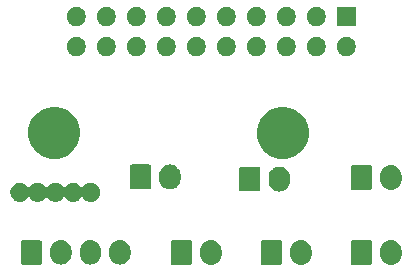
<source format=gbr>
G04 #@! TF.GenerationSoftware,KiCad,Pcbnew,(5.1.4)-1*
G04 #@! TF.CreationDate,2019-09-08T23:13:03+02:00*
G04 #@! TF.ProjectId,wanhao extruder pcb,77616e68-616f-4206-9578-747275646572,rev?*
G04 #@! TF.SameCoordinates,PXbb169cePY653deea*
G04 #@! TF.FileFunction,Soldermask,Bot*
G04 #@! TF.FilePolarity,Negative*
%FSLAX46Y46*%
G04 Gerber Fmt 4.6, Leading zero omitted, Abs format (unit mm)*
G04 Created by KiCad (PCBNEW (5.1.4)-1) date 2019-09-08 23:13:03*
%MOMM*%
%LPD*%
G04 APERTURE LIST*
%ADD10C,0.100000*%
G04 APERTURE END LIST*
D10*
G36*
X-2553858Y4918774D02*
G01*
X-2384019Y4867254D01*
X-2384017Y4867253D01*
X-2227495Y4783590D01*
X-2090298Y4670997D01*
X-2007036Y4569540D01*
X-1977706Y4533802D01*
X-1894041Y4377277D01*
X-1842521Y4207438D01*
X-1829484Y4075069D01*
X-1829484Y3686554D01*
X-1842521Y3554185D01*
X-1894041Y3384345D01*
X-1977706Y3227820D01*
X-2007036Y3192082D01*
X-2090298Y3090625D01*
X-2178306Y3018400D01*
X-2227493Y2978033D01*
X-2384018Y2894368D01*
X-2553857Y2842848D01*
X-2730484Y2825452D01*
X-2907110Y2842848D01*
X-3076949Y2894368D01*
X-3233474Y2978033D01*
X-3370669Y3090626D01*
X-3483262Y3227820D01*
X-3566927Y3384345D01*
X-3618447Y3554184D01*
X-3631484Y3686553D01*
X-3631484Y4075068D01*
X-3618447Y4207437D01*
X-3566927Y4377276D01*
X-3566925Y4377279D01*
X-3483263Y4533800D01*
X-3370670Y4670997D01*
X-3256843Y4764411D01*
X-3233475Y4783589D01*
X-3076950Y4867254D01*
X-2907111Y4918774D01*
X-2730484Y4936170D01*
X-2553858Y4918774D01*
X-2553858Y4918774D01*
G37*
G36*
X-17793858Y4918774D02*
G01*
X-17624019Y4867254D01*
X-17624017Y4867253D01*
X-17467495Y4783590D01*
X-17330298Y4670997D01*
X-17247036Y4569540D01*
X-17217706Y4533802D01*
X-17134041Y4377277D01*
X-17082521Y4207438D01*
X-17069484Y4075069D01*
X-17069484Y3686554D01*
X-17082521Y3554185D01*
X-17134041Y3384345D01*
X-17217706Y3227820D01*
X-17247036Y3192082D01*
X-17330298Y3090625D01*
X-17418306Y3018400D01*
X-17467493Y2978033D01*
X-17624018Y2894368D01*
X-17793857Y2842848D01*
X-17970484Y2825452D01*
X-18147110Y2842848D01*
X-18316949Y2894368D01*
X-18473474Y2978033D01*
X-18610669Y3090626D01*
X-18723262Y3227820D01*
X-18806927Y3384345D01*
X-18858447Y3554184D01*
X-18871484Y3686553D01*
X-18871484Y4075068D01*
X-18858447Y4207437D01*
X-18806927Y4377276D01*
X-18806925Y4377279D01*
X-18723263Y4533800D01*
X-18610670Y4670997D01*
X-18496843Y4764411D01*
X-18473475Y4783589D01*
X-18316950Y4867254D01*
X-18147111Y4918774D01*
X-17970484Y4936170D01*
X-17793858Y4918774D01*
X-17793858Y4918774D01*
G37*
G36*
X-10173858Y4918774D02*
G01*
X-10004019Y4867254D01*
X-10004017Y4867253D01*
X-9847495Y4783590D01*
X-9710298Y4670997D01*
X-9627036Y4569540D01*
X-9597706Y4533802D01*
X-9514041Y4377277D01*
X-9462521Y4207438D01*
X-9449484Y4075069D01*
X-9449484Y3686554D01*
X-9462521Y3554185D01*
X-9514041Y3384345D01*
X-9597706Y3227820D01*
X-9627036Y3192082D01*
X-9710298Y3090625D01*
X-9798306Y3018400D01*
X-9847493Y2978033D01*
X-10004018Y2894368D01*
X-10173857Y2842848D01*
X-10350484Y2825452D01*
X-10527110Y2842848D01*
X-10696949Y2894368D01*
X-10853474Y2978033D01*
X-10990669Y3090626D01*
X-11103262Y3227820D01*
X-11186927Y3384345D01*
X-11238447Y3554184D01*
X-11251484Y3686553D01*
X-11251484Y4075068D01*
X-11238447Y4207437D01*
X-11186927Y4377276D01*
X-11186925Y4377279D01*
X-11103263Y4533800D01*
X-10990670Y4670997D01*
X-10876843Y4764411D01*
X-10853475Y4783589D01*
X-10696950Y4867254D01*
X-10527111Y4918774D01*
X-10350484Y4936170D01*
X-10173858Y4918774D01*
X-10173858Y4918774D01*
G37*
G36*
X-19711884Y4927822D02*
G01*
X-19678832Y4917796D01*
X-19648381Y4901519D01*
X-19621685Y4879610D01*
X-19599776Y4852914D01*
X-19583499Y4822463D01*
X-19573473Y4789411D01*
X-19569484Y4748908D01*
X-19569484Y3012714D01*
X-19573473Y2972211D01*
X-19583499Y2939159D01*
X-19599776Y2908708D01*
X-19621685Y2882012D01*
X-19648381Y2860103D01*
X-19678832Y2843826D01*
X-19711884Y2833800D01*
X-19752387Y2829811D01*
X-21188581Y2829811D01*
X-21229084Y2833800D01*
X-21262136Y2843826D01*
X-21292587Y2860103D01*
X-21319283Y2882012D01*
X-21341192Y2908708D01*
X-21357469Y2939159D01*
X-21367495Y2972211D01*
X-21371484Y3012714D01*
X-21371484Y4748908D01*
X-21367495Y4789411D01*
X-21357469Y4822463D01*
X-21341192Y4852914D01*
X-21319283Y4879610D01*
X-21292587Y4901519D01*
X-21262136Y4917796D01*
X-21229084Y4927822D01*
X-21188581Y4931811D01*
X-19752387Y4931811D01*
X-19711884Y4927822D01*
X-19711884Y4927822D01*
G37*
G36*
X-12091884Y4927822D02*
G01*
X-12058832Y4917796D01*
X-12028381Y4901519D01*
X-12001685Y4879610D01*
X-11979776Y4852914D01*
X-11963499Y4822463D01*
X-11953473Y4789411D01*
X-11949484Y4748908D01*
X-11949484Y3012714D01*
X-11953473Y2972211D01*
X-11963499Y2939159D01*
X-11979776Y2908708D01*
X-12001685Y2882012D01*
X-12028381Y2860103D01*
X-12058832Y2843826D01*
X-12091884Y2833800D01*
X-12132387Y2829811D01*
X-13568581Y2829811D01*
X-13609084Y2833800D01*
X-13642136Y2843826D01*
X-13672587Y2860103D01*
X-13699283Y2882012D01*
X-13721192Y2908708D01*
X-13737469Y2939159D01*
X-13747495Y2972211D01*
X-13751484Y3012714D01*
X-13751484Y4748908D01*
X-13747495Y4789411D01*
X-13737469Y4822463D01*
X-13721192Y4852914D01*
X-13699283Y4879610D01*
X-13672587Y4901519D01*
X-13642136Y4917796D01*
X-13609084Y4927822D01*
X-13568581Y4931811D01*
X-12132387Y4931811D01*
X-12091884Y4927822D01*
X-12091884Y4927822D01*
G37*
G36*
X-4471884Y4927822D02*
G01*
X-4438832Y4917796D01*
X-4408381Y4901519D01*
X-4381685Y4879610D01*
X-4359776Y4852914D01*
X-4343499Y4822463D01*
X-4333473Y4789411D01*
X-4329484Y4748908D01*
X-4329484Y3012714D01*
X-4333473Y2972211D01*
X-4343499Y2939159D01*
X-4359776Y2908708D01*
X-4381685Y2882012D01*
X-4408381Y2860103D01*
X-4438832Y2843826D01*
X-4471884Y2833800D01*
X-4512387Y2829811D01*
X-5948581Y2829811D01*
X-5989084Y2833800D01*
X-6022136Y2843826D01*
X-6052587Y2860103D01*
X-6079283Y2882012D01*
X-6101192Y2908708D01*
X-6117469Y2939159D01*
X-6127495Y2972211D01*
X-6131484Y3012714D01*
X-6131484Y4748908D01*
X-6127495Y4789411D01*
X-6117469Y4822463D01*
X-6101192Y4852914D01*
X-6079283Y4879610D01*
X-6052587Y4901519D01*
X-6022136Y4917796D01*
X-5989084Y4927822D01*
X-5948581Y4931811D01*
X-4512387Y4931811D01*
X-4471884Y4927822D01*
X-4471884Y4927822D01*
G37*
G36*
X-25493858Y4893774D02*
G01*
X-25324019Y4842254D01*
X-25324017Y4842253D01*
X-25167495Y4758590D01*
X-25030298Y4645997D01*
X-24947036Y4544540D01*
X-24917706Y4508802D01*
X-24834041Y4352277D01*
X-24782521Y4182438D01*
X-24782521Y4182436D01*
X-24769484Y4050071D01*
X-24769484Y3711552D01*
X-24776003Y3645369D01*
X-24782521Y3579185D01*
X-24834041Y3409345D01*
X-24917706Y3252820D01*
X-24938223Y3227820D01*
X-25030298Y3115625D01*
X-25118657Y3043112D01*
X-25167493Y3003033D01*
X-25324018Y2919368D01*
X-25493857Y2867848D01*
X-25670484Y2850452D01*
X-25847110Y2867848D01*
X-26016949Y2919368D01*
X-26173474Y3003033D01*
X-26310669Y3115626D01*
X-26423262Y3252820D01*
X-26506927Y3409345D01*
X-26558447Y3579184D01*
X-26571484Y3711553D01*
X-26571484Y4050068D01*
X-26569021Y4075071D01*
X-26558447Y4182435D01*
X-26558447Y4182437D01*
X-26506927Y4352276D01*
X-26423262Y4508801D01*
X-26402746Y4533800D01*
X-26310670Y4645997D01*
X-26209213Y4729259D01*
X-26173475Y4758589D01*
X-26016950Y4842254D01*
X-25847111Y4893774D01*
X-25670484Y4911170D01*
X-25493858Y4893774D01*
X-25493858Y4893774D01*
G37*
G36*
X-27993858Y4893774D02*
G01*
X-27824019Y4842254D01*
X-27824017Y4842253D01*
X-27667495Y4758590D01*
X-27530298Y4645997D01*
X-27447036Y4544540D01*
X-27417706Y4508802D01*
X-27334041Y4352277D01*
X-27282521Y4182438D01*
X-27282521Y4182436D01*
X-27269484Y4050071D01*
X-27269484Y3711552D01*
X-27276003Y3645369D01*
X-27282521Y3579185D01*
X-27334041Y3409345D01*
X-27417706Y3252820D01*
X-27438223Y3227820D01*
X-27530298Y3115625D01*
X-27618657Y3043112D01*
X-27667493Y3003033D01*
X-27824018Y2919368D01*
X-27993857Y2867848D01*
X-28170484Y2850452D01*
X-28347110Y2867848D01*
X-28516949Y2919368D01*
X-28673474Y3003033D01*
X-28810669Y3115626D01*
X-28923262Y3252820D01*
X-29006927Y3409345D01*
X-29058447Y3579184D01*
X-29071484Y3711553D01*
X-29071484Y4050068D01*
X-29069021Y4075071D01*
X-29058447Y4182435D01*
X-29058447Y4182437D01*
X-29006927Y4352276D01*
X-28923262Y4508801D01*
X-28902746Y4533800D01*
X-28810670Y4645997D01*
X-28709213Y4729259D01*
X-28673475Y4758589D01*
X-28516950Y4842254D01*
X-28347111Y4893774D01*
X-28170484Y4911170D01*
X-27993858Y4893774D01*
X-27993858Y4893774D01*
G37*
G36*
X-30493858Y4893774D02*
G01*
X-30324019Y4842254D01*
X-30324017Y4842253D01*
X-30167495Y4758590D01*
X-30030298Y4645997D01*
X-29947036Y4544540D01*
X-29917706Y4508802D01*
X-29834041Y4352277D01*
X-29782521Y4182438D01*
X-29782521Y4182436D01*
X-29769484Y4050071D01*
X-29769484Y3711552D01*
X-29776003Y3645369D01*
X-29782521Y3579185D01*
X-29834041Y3409345D01*
X-29917706Y3252820D01*
X-29938223Y3227820D01*
X-30030298Y3115625D01*
X-30118657Y3043112D01*
X-30167493Y3003033D01*
X-30324018Y2919368D01*
X-30493857Y2867848D01*
X-30670484Y2850452D01*
X-30847110Y2867848D01*
X-31016949Y2919368D01*
X-31173474Y3003033D01*
X-31310669Y3115626D01*
X-31423262Y3252820D01*
X-31506927Y3409345D01*
X-31558447Y3579184D01*
X-31571484Y3711553D01*
X-31571484Y4050068D01*
X-31569021Y4075071D01*
X-31558447Y4182435D01*
X-31558447Y4182437D01*
X-31506927Y4352276D01*
X-31423262Y4508801D01*
X-31402746Y4533800D01*
X-31310670Y4645997D01*
X-31209213Y4729259D01*
X-31173475Y4758589D01*
X-31016950Y4842254D01*
X-30847111Y4893774D01*
X-30670484Y4911170D01*
X-30493858Y4893774D01*
X-30493858Y4893774D01*
G37*
G36*
X-32411884Y4902822D02*
G01*
X-32378832Y4892796D01*
X-32348381Y4876519D01*
X-32321685Y4854610D01*
X-32299776Y4827914D01*
X-32283499Y4797463D01*
X-32273473Y4764411D01*
X-32269484Y4723908D01*
X-32269484Y3037714D01*
X-32273473Y2997211D01*
X-32283499Y2964159D01*
X-32299776Y2933708D01*
X-32321685Y2907012D01*
X-32348381Y2885103D01*
X-32378832Y2868826D01*
X-32411884Y2858800D01*
X-32452387Y2854811D01*
X-33888581Y2854811D01*
X-33929084Y2858800D01*
X-33962136Y2868826D01*
X-33992587Y2885103D01*
X-34019283Y2907012D01*
X-34041192Y2933708D01*
X-34057469Y2964159D01*
X-34067495Y2997211D01*
X-34071484Y3037714D01*
X-34071484Y4723908D01*
X-34067495Y4764411D01*
X-34057469Y4797463D01*
X-34041192Y4827914D01*
X-34019283Y4854610D01*
X-33992587Y4876519D01*
X-33962136Y4892796D01*
X-33929084Y4902822D01*
X-33888581Y4906811D01*
X-32452387Y4906811D01*
X-32411884Y4902822D01*
X-32411884Y4902822D01*
G37*
G36*
X-33984657Y9768883D02*
G01*
X-33903837Y9752807D01*
X-33757518Y9692199D01*
X-33691231Y9647907D01*
X-33625836Y9604212D01*
X-33513847Y9492223D01*
X-33492288Y9459958D01*
X-33476743Y9441016D01*
X-33457801Y9425471D01*
X-33436190Y9413920D01*
X-33412741Y9406807D01*
X-33388355Y9404405D01*
X-33363969Y9406807D01*
X-33340520Y9413920D01*
X-33318909Y9425471D01*
X-33299967Y9441016D01*
X-33284422Y9459958D01*
X-33262863Y9492223D01*
X-33150874Y9604212D01*
X-33085479Y9647907D01*
X-33019192Y9692199D01*
X-32872873Y9752807D01*
X-32792053Y9768883D01*
X-32717543Y9783704D01*
X-32559167Y9783704D01*
X-32484657Y9768883D01*
X-32403837Y9752807D01*
X-32257518Y9692199D01*
X-32191231Y9647907D01*
X-32125836Y9604212D01*
X-32013847Y9492223D01*
X-31992288Y9459958D01*
X-31976743Y9441016D01*
X-31957801Y9425471D01*
X-31936190Y9413920D01*
X-31912741Y9406807D01*
X-31888355Y9404405D01*
X-31863969Y9406807D01*
X-31840520Y9413920D01*
X-31818909Y9425471D01*
X-31799967Y9441016D01*
X-31784422Y9459958D01*
X-31762863Y9492223D01*
X-31650874Y9604212D01*
X-31585479Y9647907D01*
X-31519192Y9692199D01*
X-31372873Y9752807D01*
X-31292053Y9768883D01*
X-31217543Y9783704D01*
X-31059167Y9783704D01*
X-30984657Y9768883D01*
X-30903837Y9752807D01*
X-30757518Y9692199D01*
X-30691231Y9647907D01*
X-30625836Y9604212D01*
X-30513847Y9492223D01*
X-30492288Y9459958D01*
X-30476743Y9441016D01*
X-30457801Y9425471D01*
X-30436190Y9413920D01*
X-30412741Y9406807D01*
X-30388355Y9404405D01*
X-30363969Y9406807D01*
X-30340520Y9413920D01*
X-30318909Y9425471D01*
X-30299967Y9441016D01*
X-30284422Y9459958D01*
X-30262863Y9492223D01*
X-30150874Y9604212D01*
X-30085479Y9647907D01*
X-30019192Y9692199D01*
X-29872873Y9752807D01*
X-29792053Y9768883D01*
X-29717543Y9783704D01*
X-29559167Y9783704D01*
X-29484657Y9768883D01*
X-29403837Y9752807D01*
X-29257518Y9692199D01*
X-29191231Y9647907D01*
X-29125836Y9604212D01*
X-29013847Y9492223D01*
X-28992288Y9459958D01*
X-28976743Y9441016D01*
X-28957801Y9425471D01*
X-28936190Y9413920D01*
X-28912741Y9406807D01*
X-28888355Y9404405D01*
X-28863969Y9406807D01*
X-28840520Y9413920D01*
X-28818909Y9425471D01*
X-28799967Y9441016D01*
X-28784422Y9459958D01*
X-28762863Y9492223D01*
X-28650874Y9604212D01*
X-28585479Y9647907D01*
X-28519192Y9692199D01*
X-28372873Y9752807D01*
X-28292053Y9768883D01*
X-28217543Y9783704D01*
X-28059167Y9783704D01*
X-27984657Y9768883D01*
X-27903837Y9752807D01*
X-27757518Y9692199D01*
X-27691231Y9647907D01*
X-27625836Y9604212D01*
X-27513847Y9492223D01*
X-27470152Y9426828D01*
X-27425860Y9360541D01*
X-27365252Y9214222D01*
X-27334355Y9058891D01*
X-27334355Y8900517D01*
X-27365252Y8745186D01*
X-27425860Y8598867D01*
X-27513848Y8467184D01*
X-27625835Y8355197D01*
X-27757518Y8267209D01*
X-27903837Y8206601D01*
X-27981502Y8191153D01*
X-28059167Y8175704D01*
X-28217543Y8175704D01*
X-28295208Y8191153D01*
X-28372873Y8206601D01*
X-28519192Y8267209D01*
X-28650875Y8355197D01*
X-28762862Y8467184D01*
X-28784422Y8499450D01*
X-28799967Y8518392D01*
X-28818909Y8533937D01*
X-28840520Y8545488D01*
X-28863969Y8552601D01*
X-28888355Y8555003D01*
X-28912741Y8552601D01*
X-28936190Y8545488D01*
X-28957801Y8533937D01*
X-28976743Y8518392D01*
X-28992288Y8499450D01*
X-29013848Y8467184D01*
X-29125835Y8355197D01*
X-29257518Y8267209D01*
X-29403837Y8206601D01*
X-29481502Y8191153D01*
X-29559167Y8175704D01*
X-29717543Y8175704D01*
X-29795208Y8191153D01*
X-29872873Y8206601D01*
X-30019192Y8267209D01*
X-30150875Y8355197D01*
X-30262862Y8467184D01*
X-30284422Y8499450D01*
X-30299967Y8518392D01*
X-30318909Y8533937D01*
X-30340520Y8545488D01*
X-30363969Y8552601D01*
X-30388355Y8555003D01*
X-30412741Y8552601D01*
X-30436190Y8545488D01*
X-30457801Y8533937D01*
X-30476743Y8518392D01*
X-30492288Y8499450D01*
X-30513848Y8467184D01*
X-30625835Y8355197D01*
X-30757518Y8267209D01*
X-30903837Y8206601D01*
X-30981502Y8191153D01*
X-31059167Y8175704D01*
X-31217543Y8175704D01*
X-31295208Y8191153D01*
X-31372873Y8206601D01*
X-31519192Y8267209D01*
X-31650875Y8355197D01*
X-31762862Y8467184D01*
X-31784422Y8499450D01*
X-31799967Y8518392D01*
X-31818909Y8533937D01*
X-31840520Y8545488D01*
X-31863969Y8552601D01*
X-31888355Y8555003D01*
X-31912741Y8552601D01*
X-31936190Y8545488D01*
X-31957801Y8533937D01*
X-31976743Y8518392D01*
X-31992288Y8499450D01*
X-32013848Y8467184D01*
X-32125835Y8355197D01*
X-32257518Y8267209D01*
X-32403837Y8206601D01*
X-32481502Y8191153D01*
X-32559167Y8175704D01*
X-32717543Y8175704D01*
X-32795208Y8191153D01*
X-32872873Y8206601D01*
X-33019192Y8267209D01*
X-33150875Y8355197D01*
X-33262862Y8467184D01*
X-33284422Y8499450D01*
X-33299967Y8518392D01*
X-33318909Y8533937D01*
X-33340520Y8545488D01*
X-33363969Y8552601D01*
X-33388355Y8555003D01*
X-33412741Y8552601D01*
X-33436190Y8545488D01*
X-33457801Y8533937D01*
X-33476743Y8518392D01*
X-33492288Y8499450D01*
X-33513848Y8467184D01*
X-33625835Y8355197D01*
X-33757518Y8267209D01*
X-33903837Y8206601D01*
X-33981502Y8191153D01*
X-34059167Y8175704D01*
X-34217543Y8175704D01*
X-34295208Y8191153D01*
X-34372873Y8206601D01*
X-34519192Y8267209D01*
X-34650875Y8355197D01*
X-34762862Y8467184D01*
X-34850850Y8598867D01*
X-34911458Y8745186D01*
X-34942355Y8900517D01*
X-34942355Y9058891D01*
X-34911458Y9214222D01*
X-34850850Y9360541D01*
X-34806558Y9426828D01*
X-34762863Y9492223D01*
X-34650874Y9604212D01*
X-34585479Y9647907D01*
X-34519192Y9692199D01*
X-34372873Y9752807D01*
X-34292053Y9768883D01*
X-34217543Y9783704D01*
X-34059167Y9783704D01*
X-33984657Y9768883D01*
X-33984657Y9768883D01*
G37*
G36*
X-11995578Y11133470D02*
G01*
X-11825739Y11081950D01*
X-11825737Y11081949D01*
X-11669215Y10998286D01*
X-11532018Y10885693D01*
X-11448756Y10784236D01*
X-11419426Y10748498D01*
X-11419425Y10748496D01*
X-11343434Y10606329D01*
X-11335761Y10591973D01*
X-11284241Y10422134D01*
X-11271204Y10289765D01*
X-11271204Y9901250D01*
X-11284241Y9768881D01*
X-11335761Y9599041D01*
X-11419426Y9442516D01*
X-11433415Y9425471D01*
X-11532018Y9305321D01*
X-11627099Y9227291D01*
X-11669213Y9192729D01*
X-11825738Y9109064D01*
X-11995577Y9057544D01*
X-12172204Y9040148D01*
X-12348830Y9057544D01*
X-12518669Y9109064D01*
X-12675194Y9192729D01*
X-12812389Y9305322D01*
X-12924982Y9442516D01*
X-13008647Y9599041D01*
X-13060167Y9768880D01*
X-13073204Y9901249D01*
X-13073204Y10289764D01*
X-13060167Y10422133D01*
X-13008647Y10591972D01*
X-13008645Y10591975D01*
X-12924983Y10748496D01*
X-12812390Y10885693D01*
X-12693839Y10982984D01*
X-12675195Y10998285D01*
X-12541234Y11069889D01*
X-12518672Y11081949D01*
X-12518670Y11081950D01*
X-12348831Y11133470D01*
X-12172204Y11150866D01*
X-11995578Y11133470D01*
X-11995578Y11133470D01*
G37*
G36*
X-13913506Y11142520D02*
G01*
X-13880480Y11132502D01*
X-13850045Y11116234D01*
X-13823369Y11094342D01*
X-13801477Y11067666D01*
X-13785209Y11037231D01*
X-13775191Y11004205D01*
X-13771204Y10963723D01*
X-13771204Y9227291D01*
X-13775191Y9186809D01*
X-13785209Y9153783D01*
X-13801477Y9123348D01*
X-13823369Y9096672D01*
X-13850045Y9074780D01*
X-13880480Y9058512D01*
X-13913506Y9048494D01*
X-13953988Y9044507D01*
X-15390420Y9044507D01*
X-15430902Y9048494D01*
X-15463928Y9058512D01*
X-15494363Y9074780D01*
X-15521039Y9096672D01*
X-15542931Y9123348D01*
X-15559199Y9153783D01*
X-15569217Y9186809D01*
X-15573204Y9227291D01*
X-15573204Y10963723D01*
X-15569217Y11004205D01*
X-15559199Y11037231D01*
X-15542931Y11067666D01*
X-15521039Y11094342D01*
X-15494363Y11116234D01*
X-15463928Y11132502D01*
X-15430902Y11142520D01*
X-15390420Y11146507D01*
X-13953988Y11146507D01*
X-13913506Y11142520D01*
X-13913506Y11142520D01*
G37*
G36*
X-2553858Y11268774D02*
G01*
X-2384019Y11217254D01*
X-2384017Y11217253D01*
X-2227495Y11133590D01*
X-2090298Y11020997D01*
X-2017831Y10932694D01*
X-1977706Y10883802D01*
X-1977705Y10883800D01*
X-1920174Y10776169D01*
X-1894041Y10727277D01*
X-1842521Y10557438D01*
X-1829484Y10425069D01*
X-1829484Y10036554D01*
X-1842521Y9904185D01*
X-1894041Y9734345D01*
X-1977706Y9577820D01*
X-2007036Y9542082D01*
X-2090298Y9440625D01*
X-2167917Y9376926D01*
X-2227493Y9328033D01*
X-2384018Y9244368D01*
X-2553857Y9192848D01*
X-2730484Y9175452D01*
X-2907110Y9192848D01*
X-3076949Y9244368D01*
X-3233474Y9328033D01*
X-3370669Y9440626D01*
X-3483262Y9577820D01*
X-3566927Y9734345D01*
X-3618447Y9904184D01*
X-3631484Y10036553D01*
X-3631484Y10425068D01*
X-3618447Y10557437D01*
X-3566927Y10727276D01*
X-3540793Y10776169D01*
X-3483263Y10883800D01*
X-3370670Y11020997D01*
X-3254622Y11116234D01*
X-3233475Y11133589D01*
X-3076950Y11217254D01*
X-2907111Y11268774D01*
X-2730484Y11286170D01*
X-2553858Y11268774D01*
X-2553858Y11268774D01*
G37*
G36*
X-4471884Y11277822D02*
G01*
X-4438832Y11267796D01*
X-4408381Y11251519D01*
X-4381685Y11229610D01*
X-4359776Y11202914D01*
X-4343499Y11172463D01*
X-4333473Y11139411D01*
X-4329484Y11098908D01*
X-4329484Y9362714D01*
X-4333473Y9322211D01*
X-4343499Y9289159D01*
X-4359776Y9258708D01*
X-4381685Y9232012D01*
X-4408381Y9210103D01*
X-4438832Y9193826D01*
X-4471884Y9183800D01*
X-4512387Y9179811D01*
X-5948581Y9179811D01*
X-5989084Y9183800D01*
X-6022136Y9193826D01*
X-6052587Y9210103D01*
X-6079283Y9232012D01*
X-6101192Y9258708D01*
X-6117469Y9289159D01*
X-6127495Y9322211D01*
X-6131484Y9362714D01*
X-6131484Y11098908D01*
X-6127495Y11139411D01*
X-6117469Y11172463D01*
X-6101192Y11202914D01*
X-6079283Y11229610D01*
X-6052587Y11251519D01*
X-6022136Y11267796D01*
X-5989084Y11277822D01*
X-5948581Y11281811D01*
X-4512387Y11281811D01*
X-4471884Y11277822D01*
X-4471884Y11277822D01*
G37*
G36*
X-21261729Y11317667D02*
G01*
X-21091890Y11266147D01*
X-21091888Y11266146D01*
X-20935366Y11182483D01*
X-20798169Y11069890D01*
X-20726848Y10982984D01*
X-20685577Y10932695D01*
X-20601912Y10776170D01*
X-20550392Y10606331D01*
X-20537355Y10473962D01*
X-20537355Y10085447D01*
X-20550392Y9953078D01*
X-20601912Y9783238D01*
X-20685577Y9626713D01*
X-20704043Y9604212D01*
X-20798169Y9489518D01*
X-20876212Y9425471D01*
X-20935364Y9376926D01*
X-20935366Y9376925D01*
X-21069326Y9305321D01*
X-21091889Y9293261D01*
X-21261728Y9241741D01*
X-21438355Y9224345D01*
X-21614981Y9241741D01*
X-21784820Y9293261D01*
X-21807382Y9305321D01*
X-21941343Y9376925D01*
X-21941345Y9376926D01*
X-22078540Y9489519D01*
X-22191133Y9626713D01*
X-22267124Y9768881D01*
X-22274797Y9783236D01*
X-22274939Y9783704D01*
X-22326318Y9953077D01*
X-22339355Y10085446D01*
X-22339355Y10473961D01*
X-22326318Y10606330D01*
X-22274798Y10776169D01*
X-22217267Y10883802D01*
X-22191134Y10932693D01*
X-22078541Y11069890D01*
X-21963821Y11164037D01*
X-21941346Y11182482D01*
X-21784821Y11266147D01*
X-21614982Y11317667D01*
X-21438355Y11335063D01*
X-21261729Y11317667D01*
X-21261729Y11317667D01*
G37*
G36*
X-23179755Y11326715D02*
G01*
X-23146703Y11316689D01*
X-23116252Y11300412D01*
X-23089556Y11278503D01*
X-23067647Y11251807D01*
X-23051370Y11221356D01*
X-23041344Y11188304D01*
X-23037355Y11147801D01*
X-23037355Y9411607D01*
X-23041344Y9371104D01*
X-23051370Y9338052D01*
X-23067647Y9307601D01*
X-23089556Y9280905D01*
X-23116252Y9258996D01*
X-23146703Y9242719D01*
X-23179755Y9232693D01*
X-23220258Y9228704D01*
X-24656452Y9228704D01*
X-24696955Y9232693D01*
X-24730007Y9242719D01*
X-24760458Y9258996D01*
X-24787154Y9280905D01*
X-24809063Y9307601D01*
X-24825340Y9338052D01*
X-24835366Y9371104D01*
X-24839355Y9411607D01*
X-24839355Y11147801D01*
X-24835366Y11188304D01*
X-24825340Y11221356D01*
X-24809063Y11251807D01*
X-24787154Y11278503D01*
X-24760458Y11300412D01*
X-24730007Y11316689D01*
X-24696955Y11326715D01*
X-24656452Y11330704D01*
X-23220258Y11330704D01*
X-23179755Y11326715D01*
X-23179755Y11326715D01*
G37*
G36*
X-11237874Y16105950D02*
G01*
X-10837318Y15940034D01*
X-10837316Y15940033D01*
X-10476825Y15699161D01*
X-10170252Y15392588D01*
X-9948671Y15060968D01*
X-9929379Y15032095D01*
X-9763463Y14631539D01*
X-9678881Y14206313D01*
X-9678881Y13772751D01*
X-9763463Y13347525D01*
X-9917420Y12975840D01*
X-9929380Y12946967D01*
X-10170252Y12586476D01*
X-10476825Y12279903D01*
X-10837316Y12039031D01*
X-10837317Y12039030D01*
X-10837318Y12039030D01*
X-11237874Y11873114D01*
X-11663100Y11788532D01*
X-12096662Y11788532D01*
X-12521888Y11873114D01*
X-12922444Y12039030D01*
X-12922445Y12039030D01*
X-12922446Y12039031D01*
X-13282937Y12279903D01*
X-13589510Y12586476D01*
X-13830382Y12946967D01*
X-13842342Y12975840D01*
X-13996299Y13347525D01*
X-14080881Y13772751D01*
X-14080881Y14206313D01*
X-13996299Y14631539D01*
X-13830383Y15032095D01*
X-13811091Y15060968D01*
X-13589510Y15392588D01*
X-13282937Y15699161D01*
X-12922446Y15940033D01*
X-12922444Y15940034D01*
X-12521888Y16105950D01*
X-12096662Y16190532D01*
X-11663100Y16190532D01*
X-11237874Y16105950D01*
X-11237874Y16105950D01*
G37*
G36*
X-30588395Y16134821D02*
G01*
X-30187839Y15968905D01*
X-30187837Y15968904D01*
X-29827346Y15728032D01*
X-29520773Y15421459D01*
X-29279901Y15060968D01*
X-29279900Y15060966D01*
X-29113984Y14660410D01*
X-29029402Y14235184D01*
X-29029402Y13801622D01*
X-29113984Y13376396D01*
X-29279900Y12975840D01*
X-29279901Y12975838D01*
X-29520773Y12615347D01*
X-29827346Y12308774D01*
X-30187837Y12067902D01*
X-30187838Y12067901D01*
X-30187839Y12067901D01*
X-30588395Y11901985D01*
X-31013621Y11817403D01*
X-31447183Y11817403D01*
X-31872409Y11901985D01*
X-32272965Y12067901D01*
X-32272966Y12067901D01*
X-32272967Y12067902D01*
X-32633458Y12308774D01*
X-32940031Y12615347D01*
X-33180903Y12975838D01*
X-33180904Y12975840D01*
X-33346820Y13376396D01*
X-33431402Y13801622D01*
X-33431402Y14235184D01*
X-33346820Y14660410D01*
X-33180904Y15060966D01*
X-33180903Y15060968D01*
X-32940031Y15421459D01*
X-32633458Y15728032D01*
X-32272967Y15968904D01*
X-32272965Y15968905D01*
X-31872409Y16134821D01*
X-31447183Y16219403D01*
X-31013621Y16219403D01*
X-30588395Y16134821D01*
X-30588395Y16134821D01*
G37*
G36*
X-8814162Y22103792D02*
G01*
X-8666569Y22042657D01*
X-8533740Y21953903D01*
X-8420777Y21840940D01*
X-8332023Y21708111D01*
X-8270888Y21560518D01*
X-8239722Y21403835D01*
X-8239722Y21244081D01*
X-8270888Y21087398D01*
X-8332023Y20939805D01*
X-8420777Y20806976D01*
X-8533740Y20694013D01*
X-8666569Y20605259D01*
X-8666570Y20605258D01*
X-8666571Y20605258D01*
X-8814162Y20544124D01*
X-8970844Y20512958D01*
X-9130600Y20512958D01*
X-9287282Y20544124D01*
X-9434873Y20605258D01*
X-9434874Y20605258D01*
X-9434875Y20605259D01*
X-9567704Y20694013D01*
X-9680667Y20806976D01*
X-9769421Y20939805D01*
X-9830556Y21087398D01*
X-9861722Y21244081D01*
X-9861722Y21403835D01*
X-9830556Y21560518D01*
X-9769421Y21708111D01*
X-9680667Y21840940D01*
X-9567704Y21953903D01*
X-9434875Y22042657D01*
X-9287282Y22103792D01*
X-9130600Y22134958D01*
X-8970844Y22134958D01*
X-8814162Y22103792D01*
X-8814162Y22103792D01*
G37*
G36*
X-29134162Y22103792D02*
G01*
X-28986569Y22042657D01*
X-28853740Y21953903D01*
X-28740777Y21840940D01*
X-28652023Y21708111D01*
X-28590888Y21560518D01*
X-28559722Y21403835D01*
X-28559722Y21244081D01*
X-28590888Y21087398D01*
X-28652023Y20939805D01*
X-28740777Y20806976D01*
X-28853740Y20694013D01*
X-28986569Y20605259D01*
X-28986570Y20605258D01*
X-28986571Y20605258D01*
X-29134162Y20544124D01*
X-29290844Y20512958D01*
X-29450600Y20512958D01*
X-29607282Y20544124D01*
X-29754873Y20605258D01*
X-29754874Y20605258D01*
X-29754875Y20605259D01*
X-29887704Y20694013D01*
X-30000667Y20806976D01*
X-30089421Y20939805D01*
X-30150556Y21087398D01*
X-30181722Y21244081D01*
X-30181722Y21403835D01*
X-30150556Y21560518D01*
X-30089421Y21708111D01*
X-30000667Y21840940D01*
X-29887704Y21953903D01*
X-29754875Y22042657D01*
X-29607282Y22103792D01*
X-29450600Y22134958D01*
X-29290844Y22134958D01*
X-29134162Y22103792D01*
X-29134162Y22103792D01*
G37*
G36*
X-6274162Y22103792D02*
G01*
X-6126569Y22042657D01*
X-5993740Y21953903D01*
X-5880777Y21840940D01*
X-5792023Y21708111D01*
X-5730888Y21560518D01*
X-5699722Y21403835D01*
X-5699722Y21244081D01*
X-5730888Y21087398D01*
X-5792023Y20939805D01*
X-5880777Y20806976D01*
X-5993740Y20694013D01*
X-6126569Y20605259D01*
X-6126570Y20605258D01*
X-6126571Y20605258D01*
X-6274162Y20544124D01*
X-6430844Y20512958D01*
X-6590600Y20512958D01*
X-6747282Y20544124D01*
X-6894873Y20605258D01*
X-6894874Y20605258D01*
X-6894875Y20605259D01*
X-7027704Y20694013D01*
X-7140667Y20806976D01*
X-7229421Y20939805D01*
X-7290556Y21087398D01*
X-7321722Y21244081D01*
X-7321722Y21403835D01*
X-7290556Y21560518D01*
X-7229421Y21708111D01*
X-7140667Y21840940D01*
X-7027704Y21953903D01*
X-6894875Y22042657D01*
X-6747282Y22103792D01*
X-6590600Y22134958D01*
X-6430844Y22134958D01*
X-6274162Y22103792D01*
X-6274162Y22103792D01*
G37*
G36*
X-26594162Y22103792D02*
G01*
X-26446569Y22042657D01*
X-26313740Y21953903D01*
X-26200777Y21840940D01*
X-26112023Y21708111D01*
X-26050888Y21560518D01*
X-26019722Y21403835D01*
X-26019722Y21244081D01*
X-26050888Y21087398D01*
X-26112023Y20939805D01*
X-26200777Y20806976D01*
X-26313740Y20694013D01*
X-26446569Y20605259D01*
X-26446570Y20605258D01*
X-26446571Y20605258D01*
X-26594162Y20544124D01*
X-26750844Y20512958D01*
X-26910600Y20512958D01*
X-27067282Y20544124D01*
X-27214873Y20605258D01*
X-27214874Y20605258D01*
X-27214875Y20605259D01*
X-27347704Y20694013D01*
X-27460667Y20806976D01*
X-27549421Y20939805D01*
X-27610556Y21087398D01*
X-27641722Y21244081D01*
X-27641722Y21403835D01*
X-27610556Y21560518D01*
X-27549421Y21708111D01*
X-27460667Y21840940D01*
X-27347704Y21953903D01*
X-27214875Y22042657D01*
X-27067282Y22103792D01*
X-26910600Y22134958D01*
X-26750844Y22134958D01*
X-26594162Y22103792D01*
X-26594162Y22103792D01*
G37*
G36*
X-24054162Y22103792D02*
G01*
X-23906569Y22042657D01*
X-23773740Y21953903D01*
X-23660777Y21840940D01*
X-23572023Y21708111D01*
X-23510888Y21560518D01*
X-23479722Y21403835D01*
X-23479722Y21244081D01*
X-23510888Y21087398D01*
X-23572023Y20939805D01*
X-23660777Y20806976D01*
X-23773740Y20694013D01*
X-23906569Y20605259D01*
X-23906570Y20605258D01*
X-23906571Y20605258D01*
X-24054162Y20544124D01*
X-24210844Y20512958D01*
X-24370600Y20512958D01*
X-24527282Y20544124D01*
X-24674873Y20605258D01*
X-24674874Y20605258D01*
X-24674875Y20605259D01*
X-24807704Y20694013D01*
X-24920667Y20806976D01*
X-25009421Y20939805D01*
X-25070556Y21087398D01*
X-25101722Y21244081D01*
X-25101722Y21403835D01*
X-25070556Y21560518D01*
X-25009421Y21708111D01*
X-24920667Y21840940D01*
X-24807704Y21953903D01*
X-24674875Y22042657D01*
X-24527282Y22103792D01*
X-24370600Y22134958D01*
X-24210844Y22134958D01*
X-24054162Y22103792D01*
X-24054162Y22103792D01*
G37*
G36*
X-11354162Y22103792D02*
G01*
X-11206569Y22042657D01*
X-11073740Y21953903D01*
X-10960777Y21840940D01*
X-10872023Y21708111D01*
X-10810888Y21560518D01*
X-10779722Y21403835D01*
X-10779722Y21244081D01*
X-10810888Y21087398D01*
X-10872023Y20939805D01*
X-10960777Y20806976D01*
X-11073740Y20694013D01*
X-11206569Y20605259D01*
X-11206570Y20605258D01*
X-11206571Y20605258D01*
X-11354162Y20544124D01*
X-11510844Y20512958D01*
X-11670600Y20512958D01*
X-11827282Y20544124D01*
X-11974873Y20605258D01*
X-11974874Y20605258D01*
X-11974875Y20605259D01*
X-12107704Y20694013D01*
X-12220667Y20806976D01*
X-12309421Y20939805D01*
X-12370556Y21087398D01*
X-12401722Y21244081D01*
X-12401722Y21403835D01*
X-12370556Y21560518D01*
X-12309421Y21708111D01*
X-12220667Y21840940D01*
X-12107704Y21953903D01*
X-11974875Y22042657D01*
X-11827282Y22103792D01*
X-11670600Y22134958D01*
X-11510844Y22134958D01*
X-11354162Y22103792D01*
X-11354162Y22103792D01*
G37*
G36*
X-21514162Y22103792D02*
G01*
X-21366569Y22042657D01*
X-21233740Y21953903D01*
X-21120777Y21840940D01*
X-21032023Y21708111D01*
X-20970888Y21560518D01*
X-20939722Y21403835D01*
X-20939722Y21244081D01*
X-20970888Y21087398D01*
X-21032023Y20939805D01*
X-21120777Y20806976D01*
X-21233740Y20694013D01*
X-21366569Y20605259D01*
X-21366570Y20605258D01*
X-21366571Y20605258D01*
X-21514162Y20544124D01*
X-21670844Y20512958D01*
X-21830600Y20512958D01*
X-21987282Y20544124D01*
X-22134873Y20605258D01*
X-22134874Y20605258D01*
X-22134875Y20605259D01*
X-22267704Y20694013D01*
X-22380667Y20806976D01*
X-22469421Y20939805D01*
X-22530556Y21087398D01*
X-22561722Y21244081D01*
X-22561722Y21403835D01*
X-22530556Y21560518D01*
X-22469421Y21708111D01*
X-22380667Y21840940D01*
X-22267704Y21953903D01*
X-22134875Y22042657D01*
X-21987282Y22103792D01*
X-21830600Y22134958D01*
X-21670844Y22134958D01*
X-21514162Y22103792D01*
X-21514162Y22103792D01*
G37*
G36*
X-13894162Y22103792D02*
G01*
X-13746569Y22042657D01*
X-13613740Y21953903D01*
X-13500777Y21840940D01*
X-13412023Y21708111D01*
X-13350888Y21560518D01*
X-13319722Y21403835D01*
X-13319722Y21244081D01*
X-13350888Y21087398D01*
X-13412023Y20939805D01*
X-13500777Y20806976D01*
X-13613740Y20694013D01*
X-13746569Y20605259D01*
X-13746570Y20605258D01*
X-13746571Y20605258D01*
X-13894162Y20544124D01*
X-14050844Y20512958D01*
X-14210600Y20512958D01*
X-14367282Y20544124D01*
X-14514873Y20605258D01*
X-14514874Y20605258D01*
X-14514875Y20605259D01*
X-14647704Y20694013D01*
X-14760667Y20806976D01*
X-14849421Y20939805D01*
X-14910556Y21087398D01*
X-14941722Y21244081D01*
X-14941722Y21403835D01*
X-14910556Y21560518D01*
X-14849421Y21708111D01*
X-14760667Y21840940D01*
X-14647704Y21953903D01*
X-14514875Y22042657D01*
X-14367282Y22103792D01*
X-14210600Y22134958D01*
X-14050844Y22134958D01*
X-13894162Y22103792D01*
X-13894162Y22103792D01*
G37*
G36*
X-16434162Y22103792D02*
G01*
X-16286569Y22042657D01*
X-16153740Y21953903D01*
X-16040777Y21840940D01*
X-15952023Y21708111D01*
X-15890888Y21560518D01*
X-15859722Y21403835D01*
X-15859722Y21244081D01*
X-15890888Y21087398D01*
X-15952023Y20939805D01*
X-16040777Y20806976D01*
X-16153740Y20694013D01*
X-16286569Y20605259D01*
X-16286570Y20605258D01*
X-16286571Y20605258D01*
X-16434162Y20544124D01*
X-16590844Y20512958D01*
X-16750600Y20512958D01*
X-16907282Y20544124D01*
X-17054873Y20605258D01*
X-17054874Y20605258D01*
X-17054875Y20605259D01*
X-17187704Y20694013D01*
X-17300667Y20806976D01*
X-17389421Y20939805D01*
X-17450556Y21087398D01*
X-17481722Y21244081D01*
X-17481722Y21403835D01*
X-17450556Y21560518D01*
X-17389421Y21708111D01*
X-17300667Y21840940D01*
X-17187704Y21953903D01*
X-17054875Y22042657D01*
X-16907282Y22103792D01*
X-16750600Y22134958D01*
X-16590844Y22134958D01*
X-16434162Y22103792D01*
X-16434162Y22103792D01*
G37*
G36*
X-18974162Y22103792D02*
G01*
X-18826569Y22042657D01*
X-18693740Y21953903D01*
X-18580777Y21840940D01*
X-18492023Y21708111D01*
X-18430888Y21560518D01*
X-18399722Y21403835D01*
X-18399722Y21244081D01*
X-18430888Y21087398D01*
X-18492023Y20939805D01*
X-18580777Y20806976D01*
X-18693740Y20694013D01*
X-18826569Y20605259D01*
X-18826570Y20605258D01*
X-18826571Y20605258D01*
X-18974162Y20544124D01*
X-19130844Y20512958D01*
X-19290600Y20512958D01*
X-19447282Y20544124D01*
X-19594873Y20605258D01*
X-19594874Y20605258D01*
X-19594875Y20605259D01*
X-19727704Y20694013D01*
X-19840667Y20806976D01*
X-19929421Y20939805D01*
X-19990556Y21087398D01*
X-20021722Y21244081D01*
X-20021722Y21403835D01*
X-19990556Y21560518D01*
X-19929421Y21708111D01*
X-19840667Y21840940D01*
X-19727704Y21953903D01*
X-19594875Y22042657D01*
X-19447282Y22103792D01*
X-19290600Y22134958D01*
X-19130844Y22134958D01*
X-18974162Y22103792D01*
X-18974162Y22103792D01*
G37*
G36*
X-8814162Y24643792D02*
G01*
X-8666569Y24582657D01*
X-8533740Y24493903D01*
X-8420777Y24380940D01*
X-8332023Y24248111D01*
X-8270888Y24100518D01*
X-8239722Y23943835D01*
X-8239722Y23784081D01*
X-8270888Y23627398D01*
X-8332023Y23479805D01*
X-8420777Y23346976D01*
X-8533740Y23234013D01*
X-8666569Y23145259D01*
X-8666570Y23145258D01*
X-8666571Y23145258D01*
X-8814162Y23084124D01*
X-8970844Y23052958D01*
X-9130600Y23052958D01*
X-9287282Y23084124D01*
X-9434873Y23145258D01*
X-9434874Y23145258D01*
X-9434875Y23145259D01*
X-9567704Y23234013D01*
X-9680667Y23346976D01*
X-9769421Y23479805D01*
X-9830556Y23627398D01*
X-9861722Y23784081D01*
X-9861722Y23943835D01*
X-9830556Y24100518D01*
X-9769421Y24248111D01*
X-9680667Y24380940D01*
X-9567704Y24493903D01*
X-9434875Y24582657D01*
X-9287282Y24643792D01*
X-9130600Y24674958D01*
X-8970844Y24674958D01*
X-8814162Y24643792D01*
X-8814162Y24643792D01*
G37*
G36*
X-5699722Y23052958D02*
G01*
X-7321722Y23052958D01*
X-7321722Y24674958D01*
X-5699722Y24674958D01*
X-5699722Y23052958D01*
X-5699722Y23052958D01*
G37*
G36*
X-21514162Y24643792D02*
G01*
X-21366569Y24582657D01*
X-21233740Y24493903D01*
X-21120777Y24380940D01*
X-21032023Y24248111D01*
X-20970888Y24100518D01*
X-20939722Y23943835D01*
X-20939722Y23784081D01*
X-20970888Y23627398D01*
X-21032023Y23479805D01*
X-21120777Y23346976D01*
X-21233740Y23234013D01*
X-21366569Y23145259D01*
X-21366570Y23145258D01*
X-21366571Y23145258D01*
X-21514162Y23084124D01*
X-21670844Y23052958D01*
X-21830600Y23052958D01*
X-21987282Y23084124D01*
X-22134873Y23145258D01*
X-22134874Y23145258D01*
X-22134875Y23145259D01*
X-22267704Y23234013D01*
X-22380667Y23346976D01*
X-22469421Y23479805D01*
X-22530556Y23627398D01*
X-22561722Y23784081D01*
X-22561722Y23943835D01*
X-22530556Y24100518D01*
X-22469421Y24248111D01*
X-22380667Y24380940D01*
X-22267704Y24493903D01*
X-22134875Y24582657D01*
X-21987282Y24643792D01*
X-21830600Y24674958D01*
X-21670844Y24674958D01*
X-21514162Y24643792D01*
X-21514162Y24643792D01*
G37*
G36*
X-24054162Y24643792D02*
G01*
X-23906569Y24582657D01*
X-23773740Y24493903D01*
X-23660777Y24380940D01*
X-23572023Y24248111D01*
X-23510888Y24100518D01*
X-23479722Y23943835D01*
X-23479722Y23784081D01*
X-23510888Y23627398D01*
X-23572023Y23479805D01*
X-23660777Y23346976D01*
X-23773740Y23234013D01*
X-23906569Y23145259D01*
X-23906570Y23145258D01*
X-23906571Y23145258D01*
X-24054162Y23084124D01*
X-24210844Y23052958D01*
X-24370600Y23052958D01*
X-24527282Y23084124D01*
X-24674873Y23145258D01*
X-24674874Y23145258D01*
X-24674875Y23145259D01*
X-24807704Y23234013D01*
X-24920667Y23346976D01*
X-25009421Y23479805D01*
X-25070556Y23627398D01*
X-25101722Y23784081D01*
X-25101722Y23943835D01*
X-25070556Y24100518D01*
X-25009421Y24248111D01*
X-24920667Y24380940D01*
X-24807704Y24493903D01*
X-24674875Y24582657D01*
X-24527282Y24643792D01*
X-24370600Y24674958D01*
X-24210844Y24674958D01*
X-24054162Y24643792D01*
X-24054162Y24643792D01*
G37*
G36*
X-26594162Y24643792D02*
G01*
X-26446569Y24582657D01*
X-26313740Y24493903D01*
X-26200777Y24380940D01*
X-26112023Y24248111D01*
X-26050888Y24100518D01*
X-26019722Y23943835D01*
X-26019722Y23784081D01*
X-26050888Y23627398D01*
X-26112023Y23479805D01*
X-26200777Y23346976D01*
X-26313740Y23234013D01*
X-26446569Y23145259D01*
X-26446570Y23145258D01*
X-26446571Y23145258D01*
X-26594162Y23084124D01*
X-26750844Y23052958D01*
X-26910600Y23052958D01*
X-27067282Y23084124D01*
X-27214873Y23145258D01*
X-27214874Y23145258D01*
X-27214875Y23145259D01*
X-27347704Y23234013D01*
X-27460667Y23346976D01*
X-27549421Y23479805D01*
X-27610556Y23627398D01*
X-27641722Y23784081D01*
X-27641722Y23943835D01*
X-27610556Y24100518D01*
X-27549421Y24248111D01*
X-27460667Y24380940D01*
X-27347704Y24493903D01*
X-27214875Y24582657D01*
X-27067282Y24643792D01*
X-26910600Y24674958D01*
X-26750844Y24674958D01*
X-26594162Y24643792D01*
X-26594162Y24643792D01*
G37*
G36*
X-29134162Y24643792D02*
G01*
X-28986569Y24582657D01*
X-28853740Y24493903D01*
X-28740777Y24380940D01*
X-28652023Y24248111D01*
X-28590888Y24100518D01*
X-28559722Y23943835D01*
X-28559722Y23784081D01*
X-28590888Y23627398D01*
X-28652023Y23479805D01*
X-28740777Y23346976D01*
X-28853740Y23234013D01*
X-28986569Y23145259D01*
X-28986570Y23145258D01*
X-28986571Y23145258D01*
X-29134162Y23084124D01*
X-29290844Y23052958D01*
X-29450600Y23052958D01*
X-29607282Y23084124D01*
X-29754873Y23145258D01*
X-29754874Y23145258D01*
X-29754875Y23145259D01*
X-29887704Y23234013D01*
X-30000667Y23346976D01*
X-30089421Y23479805D01*
X-30150556Y23627398D01*
X-30181722Y23784081D01*
X-30181722Y23943835D01*
X-30150556Y24100518D01*
X-30089421Y24248111D01*
X-30000667Y24380940D01*
X-29887704Y24493903D01*
X-29754875Y24582657D01*
X-29607282Y24643792D01*
X-29450600Y24674958D01*
X-29290844Y24674958D01*
X-29134162Y24643792D01*
X-29134162Y24643792D01*
G37*
G36*
X-18974162Y24643792D02*
G01*
X-18826569Y24582657D01*
X-18693740Y24493903D01*
X-18580777Y24380940D01*
X-18492023Y24248111D01*
X-18430888Y24100518D01*
X-18399722Y23943835D01*
X-18399722Y23784081D01*
X-18430888Y23627398D01*
X-18492023Y23479805D01*
X-18580777Y23346976D01*
X-18693740Y23234013D01*
X-18826569Y23145259D01*
X-18826570Y23145258D01*
X-18826571Y23145258D01*
X-18974162Y23084124D01*
X-19130844Y23052958D01*
X-19290600Y23052958D01*
X-19447282Y23084124D01*
X-19594873Y23145258D01*
X-19594874Y23145258D01*
X-19594875Y23145259D01*
X-19727704Y23234013D01*
X-19840667Y23346976D01*
X-19929421Y23479805D01*
X-19990556Y23627398D01*
X-20021722Y23784081D01*
X-20021722Y23943835D01*
X-19990556Y24100518D01*
X-19929421Y24248111D01*
X-19840667Y24380940D01*
X-19727704Y24493903D01*
X-19594875Y24582657D01*
X-19447282Y24643792D01*
X-19290600Y24674958D01*
X-19130844Y24674958D01*
X-18974162Y24643792D01*
X-18974162Y24643792D01*
G37*
G36*
X-16434162Y24643792D02*
G01*
X-16286569Y24582657D01*
X-16153740Y24493903D01*
X-16040777Y24380940D01*
X-15952023Y24248111D01*
X-15890888Y24100518D01*
X-15859722Y23943835D01*
X-15859722Y23784081D01*
X-15890888Y23627398D01*
X-15952023Y23479805D01*
X-16040777Y23346976D01*
X-16153740Y23234013D01*
X-16286569Y23145259D01*
X-16286570Y23145258D01*
X-16286571Y23145258D01*
X-16434162Y23084124D01*
X-16590844Y23052958D01*
X-16750600Y23052958D01*
X-16907282Y23084124D01*
X-17054873Y23145258D01*
X-17054874Y23145258D01*
X-17054875Y23145259D01*
X-17187704Y23234013D01*
X-17300667Y23346976D01*
X-17389421Y23479805D01*
X-17450556Y23627398D01*
X-17481722Y23784081D01*
X-17481722Y23943835D01*
X-17450556Y24100518D01*
X-17389421Y24248111D01*
X-17300667Y24380940D01*
X-17187704Y24493903D01*
X-17054875Y24582657D01*
X-16907282Y24643792D01*
X-16750600Y24674958D01*
X-16590844Y24674958D01*
X-16434162Y24643792D01*
X-16434162Y24643792D01*
G37*
G36*
X-11354162Y24643792D02*
G01*
X-11206569Y24582657D01*
X-11073740Y24493903D01*
X-10960777Y24380940D01*
X-10872023Y24248111D01*
X-10810888Y24100518D01*
X-10779722Y23943835D01*
X-10779722Y23784081D01*
X-10810888Y23627398D01*
X-10872023Y23479805D01*
X-10960777Y23346976D01*
X-11073740Y23234013D01*
X-11206569Y23145259D01*
X-11206570Y23145258D01*
X-11206571Y23145258D01*
X-11354162Y23084124D01*
X-11510844Y23052958D01*
X-11670600Y23052958D01*
X-11827282Y23084124D01*
X-11974873Y23145258D01*
X-11974874Y23145258D01*
X-11974875Y23145259D01*
X-12107704Y23234013D01*
X-12220667Y23346976D01*
X-12309421Y23479805D01*
X-12370556Y23627398D01*
X-12401722Y23784081D01*
X-12401722Y23943835D01*
X-12370556Y24100518D01*
X-12309421Y24248111D01*
X-12220667Y24380940D01*
X-12107704Y24493903D01*
X-11974875Y24582657D01*
X-11827282Y24643792D01*
X-11670600Y24674958D01*
X-11510844Y24674958D01*
X-11354162Y24643792D01*
X-11354162Y24643792D01*
G37*
G36*
X-13894162Y24643792D02*
G01*
X-13746569Y24582657D01*
X-13613740Y24493903D01*
X-13500777Y24380940D01*
X-13412023Y24248111D01*
X-13350888Y24100518D01*
X-13319722Y23943835D01*
X-13319722Y23784081D01*
X-13350888Y23627398D01*
X-13412023Y23479805D01*
X-13500777Y23346976D01*
X-13613740Y23234013D01*
X-13746569Y23145259D01*
X-13746570Y23145258D01*
X-13746571Y23145258D01*
X-13894162Y23084124D01*
X-14050844Y23052958D01*
X-14210600Y23052958D01*
X-14367282Y23084124D01*
X-14514873Y23145258D01*
X-14514874Y23145258D01*
X-14514875Y23145259D01*
X-14647704Y23234013D01*
X-14760667Y23346976D01*
X-14849421Y23479805D01*
X-14910556Y23627398D01*
X-14941722Y23784081D01*
X-14941722Y23943835D01*
X-14910556Y24100518D01*
X-14849421Y24248111D01*
X-14760667Y24380940D01*
X-14647704Y24493903D01*
X-14514875Y24582657D01*
X-14367282Y24643792D01*
X-14210600Y24674958D01*
X-14050844Y24674958D01*
X-13894162Y24643792D01*
X-13894162Y24643792D01*
G37*
M02*

</source>
